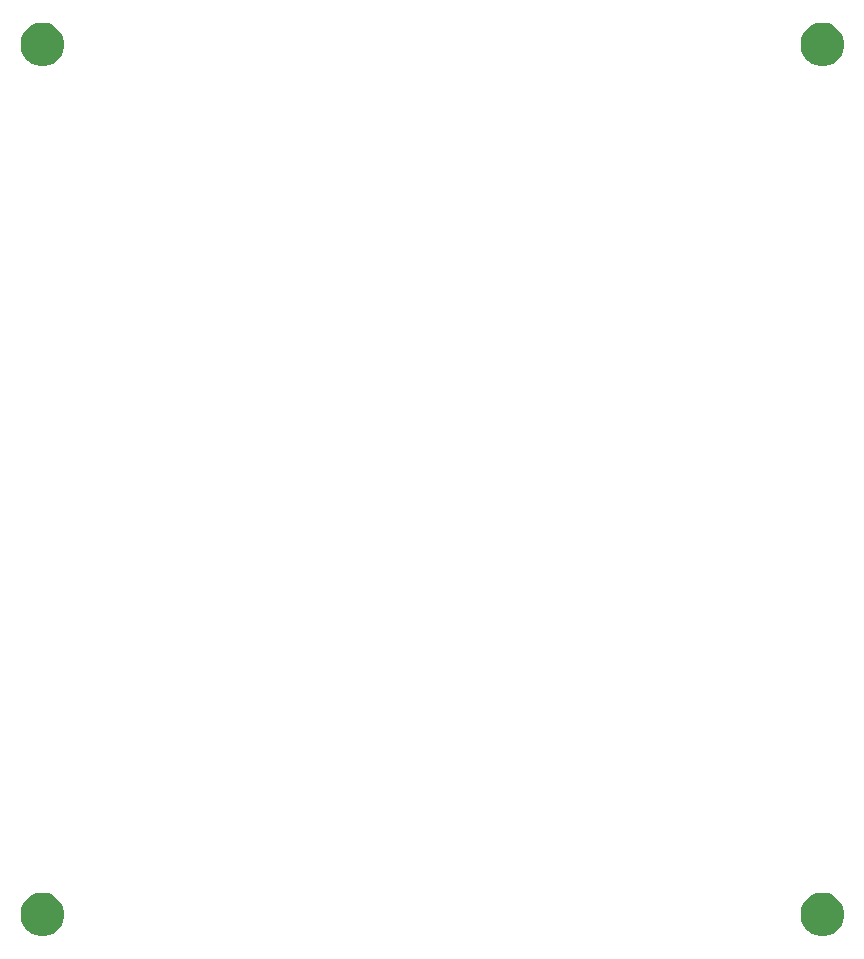
<source format=gbr>
%TF.GenerationSoftware,Altium Limited,Altium Designer,23.9.2 (47)*%
G04 Layer_Color=0*
%FSLAX45Y45*%
%MOMM*%
%TF.SameCoordinates,15915765-FD2E-4A0E-A91D-014651F65676*%
%TF.FilePolarity,Positive*%
%TF.FileFunction,NonPlated,1,4,NPTH,Drill*%
%TF.Part,Single*%
G01*
G75*
G36*
X1595120Y3553049D02*
Y3534911D01*
X1602197Y3499334D01*
X1616078Y3465821D01*
X1636231Y3435660D01*
X1661881Y3410010D01*
X1692042Y3389857D01*
X1725555Y3375975D01*
X1761133Y3368899D01*
X1779270D01*
X1797407D01*
X1832984Y3375975D01*
X1866498Y3389857D01*
X1896659Y3410010D01*
X1922309Y3435660D01*
X1942461Y3465821D01*
X1956343Y3499334D01*
X1963420Y3534911D01*
Y3553049D01*
Y3571186D01*
X1956343Y3606763D01*
X1942461Y3640276D01*
X1922309Y3670437D01*
X1896659Y3696087D01*
X1866498Y3716240D01*
X1832984Y3730122D01*
X1797407Y3737199D01*
X1779270D01*
X1761133D01*
X1725555Y3730122D01*
X1692042Y3716240D01*
X1661881Y3696087D01*
X1636231Y3670437D01*
X1616078Y3640276D01*
X1602197Y3606763D01*
X1595120Y3571186D01*
Y3553049D01*
D01*
D02*
G37*
G36*
X8199120D02*
Y3534911D01*
X8206197Y3499334D01*
X8220078Y3465821D01*
X8240231Y3435660D01*
X8265881Y3410010D01*
X8296042Y3389857D01*
X8329555Y3375975D01*
X8365133Y3368899D01*
X8383270D01*
X8401407D01*
X8436984Y3375975D01*
X8470498Y3389857D01*
X8500659Y3410010D01*
X8526309Y3435660D01*
X8546461Y3465821D01*
X8560343Y3499334D01*
X8567420Y3534911D01*
Y3553049D01*
Y3571186D01*
X8560343Y3606763D01*
X8546461Y3640276D01*
X8526309Y3670437D01*
X8500659Y3696087D01*
X8470498Y3716240D01*
X8436984Y3730122D01*
X8401407Y3737199D01*
X8383270D01*
X8365133D01*
X8329555Y3730122D01*
X8296042Y3716240D01*
X8265881Y3696087D01*
X8240231Y3670437D01*
X8220078Y3640276D01*
X8206197Y3606763D01*
X8199120Y3571186D01*
Y3553049D01*
D01*
D02*
G37*
G36*
Y10919048D02*
Y10900911D01*
X8206197Y10865333D01*
X8220078Y10831820D01*
X8240231Y10801659D01*
X8265881Y10776009D01*
X8296042Y10755856D01*
X8329555Y10741975D01*
X8365133Y10734898D01*
X8383270D01*
X8401407D01*
X8436984Y10741975D01*
X8470498Y10755856D01*
X8500659Y10776009D01*
X8526309Y10801659D01*
X8546461Y10831820D01*
X8560343Y10865333D01*
X8567420Y10900911D01*
Y10919048D01*
Y10937185D01*
X8560343Y10972762D01*
X8546461Y11006276D01*
X8526309Y11036437D01*
X8500659Y11062087D01*
X8470498Y11082239D01*
X8436984Y11096121D01*
X8401407Y11103198D01*
X8383270D01*
X8365133D01*
X8329555Y11096121D01*
X8296042Y11082239D01*
X8265881Y11062087D01*
X8240231Y11036437D01*
X8220078Y11006276D01*
X8206197Y10972762D01*
X8199120Y10937185D01*
Y10919048D01*
D01*
D02*
G37*
G36*
X1779270Y10734898D02*
X1761133D01*
X1725555Y10741975D01*
X1692042Y10755856D01*
X1661881Y10776009D01*
X1636231Y10801659D01*
X1616078Y10831820D01*
X1602197Y10865333D01*
X1595120Y10900911D01*
Y10919048D01*
Y10937185D01*
X1602197Y10972762D01*
X1616078Y11006276D01*
X1636231Y11036437D01*
X1661881Y11062087D01*
X1692042Y11082239D01*
X1725555Y11096121D01*
X1761133Y11103198D01*
X1779270D01*
X1797407D01*
X1832984Y11096121D01*
X1866498Y11082239D01*
X1896659Y11062087D01*
X1922309Y11036437D01*
X1942461Y11006276D01*
X1956343Y10972762D01*
X1963420Y10937185D01*
Y10919048D01*
Y10900911D01*
X1956343Y10865333D01*
X1942461Y10831820D01*
X1922309Y10801659D01*
X1896659Y10776009D01*
X1866498Y10755856D01*
X1832984Y10741975D01*
X1797407Y10734898D01*
X1779270D01*
D01*
D02*
G37*
%TF.MD5,25b39586eb7cd0d8df90f19a7bec06f4*%
M02*

</source>
